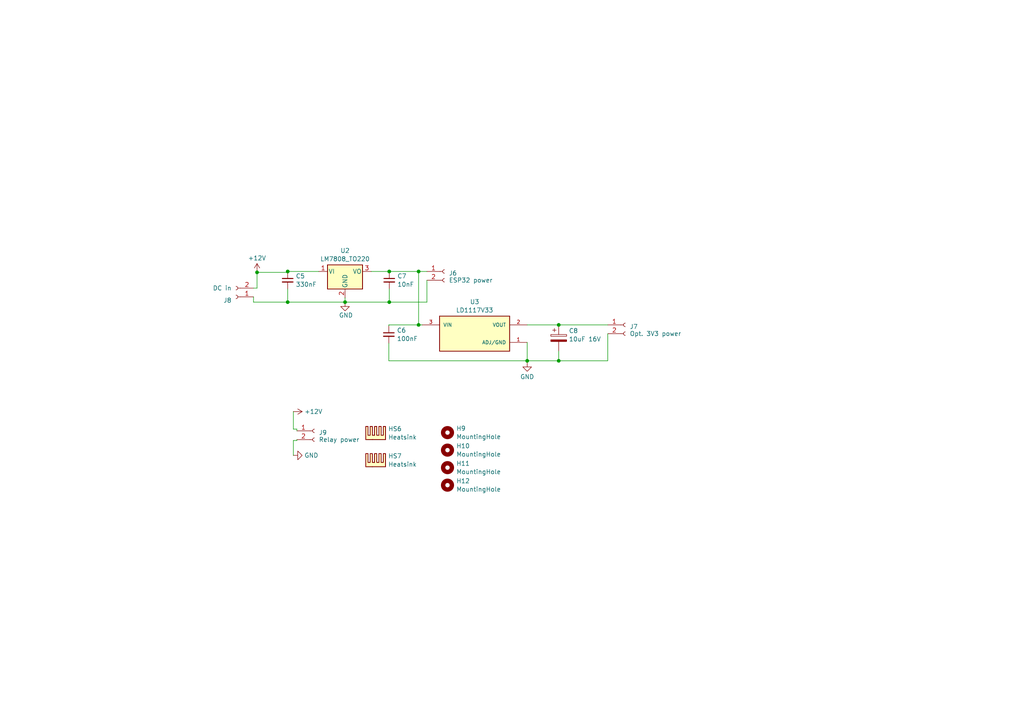
<source format=kicad_sch>
(kicad_sch (version 20231120) (generator "eeschema") (generator_version "8.0")
  (paper "A4")
  (lib_symbols
    (symbol "Connector:Conn_01x02_Socket" (pin_names (offset 1.016) hide)
      (property "Reference" "J" (at 0 2.54 0))
      (property "Value" "Conn_01x02_Socket" (at 0 -5.08 0))
      (symbol "Conn_01x02_Socket_1_1"
        (arc (start 0 -2.032) (mid -0.5058 -2.54) (end 0 -3.048) (stroke (width 0.1524)))
        (polyline (pts (xy -1.27 -2.54) (xy -0.508 -2.54)) (stroke (width 0.1524)))
        (polyline (pts (xy -1.27 0) (xy -0.508 0)) (stroke (width 0.1524)))
        (arc (start 0 0.508) (mid -0.5058 0) (end 0 -0.508) (stroke (width 0.1524)))
        (pin passive line (at -5.08 0 0) (length 3.81) (name "Pin_1") (number "1"))
        (pin passive line (at -5.08 -2.54 0) (length 3.81) (name "Pin_2") (number "2"))
      )
    )
    (symbol "Device:C_Polarized" (pin_numbers hide) (pin_names (offset 0.254))
      (property "Reference" "C" (at 0.635 2.54 0))
      (property "Value" "C_Polarized" (at 0.635 -2.54 0))
      (symbol "C_Polarized_0_1"
        (rectangle (start -2.286 0.508) (end 2.286 1.016))
        (polyline (pts (xy -1.778 2.286) (xy -0.762 2.286)))
        (polyline (pts (xy -1.27 2.794) (xy -1.27 1.778)))
        (rectangle (start 2.286 -0.508) (end -2.286 -1.016) (fill (type outline)))
      )
      (symbol "C_Polarized_1_1"
        (pin passive line (at 0 3.81 270) (length 2.794) (name "~") (number "1"))
        (pin passive line (at 0 -3.81 90) (length 2.794) (name "~") (number "2"))
      )
    )
    (symbol "Device:C_Small" (pin_numbers hide) (pin_names (offset 0.254) hide)
      (property "Reference" "C" (at 0.254 1.778 0))
      (property "Value" "C_Small" (at 0.254 -2.032 0))
      (symbol "C_Small_0_1"
        (polyline (pts (xy -1.524 -0.508) (xy 1.524 -0.508)) (stroke (width 0.3302)))
        (polyline (pts (xy -1.524 0.508) (xy 1.524 0.508)) (stroke (width 0.3048)))
      )
      (symbol "C_Small_1_1"
        (pin passive line (at 0 2.54 270) (length 2.032) (name "~") (number "1"))
        (pin passive line (at 0 -2.54 90) (length 2.032) (name "~") (number "2"))
      )
    )
    (symbol "LD1117V33:LD1117V33" (pin_names (offset 1.016))
      (property "Reference" "U" (at -10.16 5.842 0))
      (property "Value" "LD1117V33" (at -10.16 -7.62 0))
      (symbol "LD1117V33_0_0"
        (rectangle (start -10.16 -5.08) (end 10.16 5.08) (stroke (width 0.254)) (fill (type background)))
        (pin passive line (at 15.24 -2.54 180) (length 5.08) (name "ADJ/GND") (number "1"))
        (pin output line (at 15.24 2.54 180) (length 5.08) (name "VOUT") (number "2"))
        (pin input line (at -15.24 2.54 0) (length 5.08) (name "VIN") (number "3"))
      )
    )
    (symbol "Mechanical:Heatsink" (pin_names (offset 1.016))
      (property "Reference" "HS" (at 0 5.08 0))
      (property "Value" "Heatsink" (at 0 -1.27 0))
      (symbol "Heatsink_0_1"
        (polyline (pts (xy -0.3302 1.27) (xy -0.9652 1.27) (xy -0.9652 3.81) (xy -1.6002 3.81) (xy -1.6002 1.27) (xy -2.2352 1.27) (xy -2.2352 3.81) (xy -2.8702 3.81) (xy -2.8702 0) (xy -0.9652 0)) (stroke (width 0.254)) (fill (type background)))
        (polyline (pts (xy -0.3302 1.27) (xy -0.3302 3.81) (xy 0.3048 3.81) (xy 0.3048 1.27) (xy 0.9398 1.27) (xy 0.9398 3.81) (xy 1.5748 3.81) (xy 1.5748 1.27) (xy 2.2098 1.27) (xy 2.2098 3.81) (xy 2.8448 3.81) (xy 2.8448 0) (xy -0.9652 0)) (stroke (width 0.254)) (fill (type background)))
      )
    )
    (symbol "Mechanical:MountingHole" (pin_names (offset 1.016)) (exclude_from_sim yes) (in_bom no)
      (property "Reference" "H" (at 0 5.08 0))
      (property "Value" "MountingHole" (at 0 3.175 0))
      (symbol "MountingHole_0_1"
        (circle (center 0 0) (radius 1.27) (stroke (width 1.27)))
      )
    )
    (symbol "Regulator_Linear:LM7808_TO220" (pin_names (offset 0.254))
      (property "Reference" "U" (at -3.81 3.175 0))
      (property "Value" "LM7808_TO220" (at 0 3.175 0))
      (symbol "LM7808_TO220_0_1"
        (rectangle (start -5.08 1.905) (end 5.08 -5.08) (stroke (width 0.254)) (fill (type background)))
      )
      (symbol "LM7808_TO220_1_1"
        (pin power_in line (at -7.62 0 0) (length 2.54) (name "VI") (number "1"))
        (pin power_in line (at 0 -7.62 90) (length 2.54) (name "GND") (number "2"))
        (pin power_out line (at 7.62 0 180) (length 2.54) (name "VO") (number "3"))
      )
    )
    (symbol "power:+12V" (power) (pin_numbers hide) (pin_names (offset 0) hide)
      (property "Value" "+12V" (at 0 3.556 0))
      (symbol "+12V_0_1"
        (polyline (pts (xy -0.762 1.27) (xy 0 2.54)))
        (polyline (pts (xy 0 0) (xy 0 2.54)))
        (polyline (pts (xy 0 2.54) (xy 0.762 1.27)))
      )
      (symbol "+12V_1_1"
        (pin power_in line (at 0 0 90) (length 0) (name "~") (number "1"))
      )
    )
    (symbol "power:GND" (power) (pin_numbers hide) (pin_names (offset 0) hide)
      (property "Value" "GND" (at 0 -3.81 0))
      (symbol "GND_0_1"
        (polyline (pts (xy 0 0) (xy 0 -1.27) (xy 1.27 -1.27) (xy 0 -2.54) (xy -1.27 -1.27) (xy 0 -1.27)))
      )
      (symbol "GND_1_1"
        (pin power_in line (at 0 0 270) (length 0) (name "~") (number "1"))
      )
    )
  )
  (junction (at 112.903 87.63))
  (junction (at 112.903 78.74))
  (junction (at 152.908 104.648))
  (junction (at 162.052 104.648))
  (junction (at 83.439 87.63))
  (junction (at 162.052 94.234))
  (junction (at 100.076 87.63))
  (junction (at 121.412 94.234))
  (junction (at 74.549 78.994))
  (junction (at 121.412 78.74))
  (junction (at 83.439 78.74))
  (wire (pts (xy 121.412 78.74) (xy 121.412 94.234)))
  (wire (pts (xy 112.776 94.234) (xy 121.412 94.234)))
  (wire (pts (xy 100.076 87.63) (xy 112.903 87.63)))
  (wire (pts (xy 74.549 78.994) (xy 83.439 78.994)))
  (wire (pts (xy 162.052 104.648) (xy 162.052 101.854)))
  (wire (pts (xy 83.439 78.74) (xy 92.456 78.74)))
  (wire (pts (xy 162.052 104.648) (xy 176.276 104.648)))
  (wire (pts (xy 176.276 104.648) (xy 176.276 96.774)))
  (wire (pts (xy 85.09 127.762) (xy 85.09 132.08)))
  (wire (pts (xy 112.903 87.63) (xy 123.825 87.63)))
  (wire (pts (xy 152.908 104.648) (xy 162.052 104.648)))
  (wire (pts (xy 107.696 78.74) (xy 112.903 78.74)))
  (wire (pts (xy 121.412 78.74) (xy 123.825 78.74)))
  (wire (pts (xy 83.439 83.82) (xy 83.439 87.63)))
  (wire (pts (xy 112.903 78.74) (xy 121.412 78.74)))
  (wire (pts (xy 86.106 127.762) (xy 85.09 127.762)))
  (wire (pts (xy 152.908 94.234) (xy 162.052 94.234)))
  (wire (pts (xy 112.903 83.82) (xy 112.903 87.63)))
  (wire (pts (xy 73.533 87.63) (xy 83.439 87.63)))
  (wire (pts (xy 83.439 87.63) (xy 100.076 87.63)))
  (wire (pts (xy 85.09 124.46) (xy 85.09 119.38)))
  (wire (pts (xy 112.776 99.568) (xy 112.776 104.648)))
  (wire (pts (xy 123.825 81.28) (xy 123.825 87.63)))
  (wire (pts (xy 83.439 78.994) (xy 83.439 78.74)))
  (wire (pts (xy 100.076 86.36) (xy 100.076 87.63)))
  (wire (pts (xy 73.533 86.106) (xy 73.533 87.63)))
  (wire (pts (xy 86.106 127.508) (xy 86.106 127.762)))
  (wire (pts (xy 112.776 104.648) (xy 152.908 104.648)))
  (wire (pts (xy 74.549 78.994) (xy 74.549 83.566)))
  (wire (pts (xy 86.106 124.968) (xy 86.106 124.46)))
  (wire (pts (xy 86.106 124.46) (xy 85.09 124.46)))
  (wire (pts (xy 152.908 99.314) (xy 152.908 104.648)))
  (wire (pts (xy 73.533 83.566) (xy 74.549 83.566)))
  (wire (pts (xy 162.052 94.234) (xy 176.276 94.234)))
  (wire (pts (xy 112.776 94.234) (xy 112.776 94.488)))
  (wire (pts (xy 152.908 104.648) (xy 152.908 105.156)))
  (wire (pts (xy 121.412 94.234) (xy 122.428 94.234)))
  (symbol (lib_id "Device:C_Small") (at 83.439 81.28 0) (unit 1)
    (property "Reference" "C5" (at 85.7631 80.0741 0) (effects (justify left)))
    (property "Value" "330nF" (at 85.7631 82.4984 0) (effects (justify left)))
    (property "Footprint" "Capacitor_SMD:C_0805_2012Metric_Pad1.18x1.45mm_HandSolder" (effects (hide yes)))
    (property "Description" "Unpolarized capacitor, small symbol" (effects (hide yes)))
  )
  (symbol (lib_id "Connector:Conn_01x02_Socket") (at 128.905 78.74 0) (unit 1)
    (property "Reference" "J6" (at 130.175 79.248 0) (effects (justify left)))
    (property "Value" "ESP32 power" (at 130.175 81.28 0) (effects (justify left)))
    (property "Footprint" "THE_PREAMP_CONN_POWER_5_08:TBP01R1-508-02BK" (effects (hide yes)))
    (property "Description" "Generic connector, single row, 01x02, script generated" (effects (hide yes)))
  )
  (symbol (lib_id "power:GND") (at 152.908 105.156 0) (unit 1)
    (property "Reference" "#PWR04" (effects (hide yes)))
    (property "Value" "GND" (at 152.908 109.2891 0))
    (property "Description" "Power symbol creates a global label with name \"GND\" , ground" (effects (hide yes)))
  )
  (symbol (lib_id "Device:C_Small") (at 112.903 81.28 0) (unit 1)
    (property "Reference" "C7" (at 115.2271 80.0741 0) (effects (justify left)))
    (property "Value" "10nF" (at 115.2271 82.4984 0) (effects (justify left)))
    (property "Footprint" "Capacitor_SMD:C_0805_2012Metric_Pad1.18x1.45mm_HandSolder" (effects (hide yes)))
    (property "Description" "Unpolarized capacitor, small symbol" (effects (hide yes)))
  )
  (symbol (lib_id "LD1117V33:LD1117V33") (at 137.668 96.774 0) (unit 1)
    (property "Reference" "U3" (at 137.668 87.5495 0))
    (property "Value" "LD1117V33" (at 137.668 89.9738 0))
    (property "Footprint" "Package_TO_SOT_THT:TO-220-3_Vertical" (effects (hide yes)))
    (property "MF" "STMicroelectronics" (effects (hide yes)))
    (property "MAXIMUM_PACKAGE_HEIGHT" "19.68mm" (effects (hide yes)))
    (property "Package" "TO-220-3 STMicroelectronics" (effects (hide yes)))
    (property "Price" "None" (effects (hide yes)))
    (property "Check_prices" "https://www.snapeda.com/parts/LD1117V33/STMicroelectronics/view-part/?ref=eda" (effects (hide yes)))
    (property "STANDARD" "IPC-7351B" (effects (hide yes)))
    (property "PARTREV" "37" (effects (hide yes)))
    (property "SnapEDA_Link" "https://www.snapeda.com/parts/LD1117V33/STMicroelectronics/view-part/?ref=snap" (effects (hide yes)))
    (property "MP" "LD1117V33" (effects (hide yes)))
    (property "Purchase-URL" "https://www.snapeda.com/api/url_track_click_mouser/?unipart_id=51339&manufacturer=STMicroelectronics&part_name=LD1117V33&search_term=None" (effects (hide yes)))
    (property "Description_1" "\nLinear Voltage Regulator IC Positive Fixed 1 Output 800mA TO-220AB\n" (effects (hide yes)))
    (property "Availability" "In Stock" (effects (hide yes)))
    (property "MANUFACTURER" "ST Microelectronics" (effects (hide yes)))
  )
  (symbol (lib_id "Connector:Conn_01x02_Socket") (at 68.453 86.106 180) (unit 1)
    (property "Reference" "J8" (at 67.183 87.122 0) (effects (justify left)))
    (property "Value" "DC in" (at 67.183 83.566 0) (effects (justify left)))
    (property "Footprint" "THE_PREAMP_CONN_POWER_5_08:TBP01R1-508-02BK" (effects (hide yes)))
    (property "Description" "Generic connector, single row, 01x02, script generated" (effects (hide yes)))
  )
  (symbol (lib_id "Mechanical:MountingHole") (at 129.794 135.636 0) (unit 1) (exclude_from_sim yes) (in_bom no)
    (property "Reference" "H11" (at 132.334 134.4238 0) (effects (justify left)))
    (property "Value" "MountingHole" (at 132.334 136.8481 0) (effects (justify left)))
    (property "Footprint" "MountingHole:MountingHole_3.2mm_M3_DIN965" (effects (hide yes)))
    (property "Description" "Mounting Hole without connection" (effects (hide yes)))
  )
  (symbol (lib_id "power:GND") (at 100.076 87.63 0) (unit 1)
    (property "Reference" "#PWR03" (effects (hide yes)))
    (property "Value" "GND" (at 100.33 91.44 0))
    (property "Description" "Power symbol creates a global label with name \"GND\" , ground" (effects (hide yes)))
  )
  (symbol (lib_id "Mechanical:MountingHole") (at 129.794 130.556 0) (unit 1) (exclude_from_sim yes) (in_bom no)
    (property "Reference" "H10" (at 132.334 129.3438 0) (effects (justify left)))
    (property "Value" "MountingHole" (at 132.334 131.7681 0) (effects (justify left)))
    (property "Footprint" "MountingHole:MountingHole_3.2mm_M3_DIN965" (effects (hide yes)))
    (property "Description" "Mounting Hole without connection" (effects (hide yes)))
  )
  (symbol (lib_id "Mechanical:Heatsink") (at 108.966 127.508 0) (unit 1)
    (property "Reference" "HS6" (at 112.5728 124.3908 0) (effects (justify left)))
    (property "Value" "Heatsink" (at 112.5728 126.8151 0) (effects (justify left)))
    (property "Footprint" "ThePreAmp_PSU_Heatsinks:Heatsink_Fischer_SK145-STS_29x12mm_2xDrill2.5mm" (effects (hide yes)))
    (property "Description" "Heatsink" (effects (hide yes)))
  )
  (symbol (lib_id "power:+12V") (at 74.549 78.994 0) (unit 1)
    (property "Reference" "#PWR05" (effects (hide yes)))
    (property "Value" "+12V" (at 74.549 74.8609 0))
    (property "Description" "Power symbol creates a global label with name \"+12V\"" (effects (hide yes)))
  )
  (symbol (lib_id "Mechanical:Heatsink") (at 108.966 135.382 0) (unit 1)
    (property "Reference" "HS7" (at 112.5728 132.2648 0) (effects (justify left)))
    (property "Value" "Heatsink" (at 112.5728 134.6891 0) (effects (justify left)))
    (property "Footprint" "ThePreAmp_PSU_Heatsinks:Heatsink_Fischer_SK145-STS_29x12mm_2xDrill2.5mm" (effects (hide yes)))
    (property "Description" "Heatsink" (effects (hide yes)))
  )
  (symbol (lib_id "Mechanical:MountingHole") (at 129.794 125.476 0) (unit 1) (exclude_from_sim yes) (in_bom no)
    (property "Reference" "H9" (at 132.334 124.2638 0) (effects (justify left)))
    (property "Value" "MountingHole" (at 132.334 126.6881 0) (effects (justify left)))
    (property "Footprint" "MountingHole:MountingHole_3.2mm_M3_DIN965" (effects (hide yes)))
    (property "Description" "Mounting Hole without connection" (effects (hide yes)))
  )
  (symbol (lib_id "Connector:Conn_01x02_Socket") (at 91.186 124.968 0) (unit 1)
    (property "Reference" "J9" (at 92.456 125.476 0) (effects (justify left)))
    (property "Value" "Relay power" (at 92.456 127.508 0) (effects (justify left)))
    (property "Footprint" "THE_PREAMP_CONN_POWER_5_08:TBP01R1-508-02BK" (effects (hide yes)))
    (property "Description" "Generic connector, single row, 01x02, script generated" (effects (hide yes)))
  )
  (symbol (lib_id "Mechanical:MountingHole") (at 129.794 140.716 0) (unit 1) (exclude_from_sim yes) (in_bom no)
    (property "Reference" "H12" (at 132.334 139.5038 0) (effects (justify left)))
    (property "Value" "MountingHole" (at 132.334 141.9281 0) (effects (justify left)))
    (property "Footprint" "MountingHole:MountingHole_3.2mm_M3_DIN965" (effects (hide yes)))
    (property "Description" "Mounting Hole without connection" (effects (hide yes)))
  )
  (symbol (lib_id "power:+12V") (at 85.09 119.38 270) (unit 1)
    (property "Reference" "#PWR07" (effects (hide yes)))
    (property "Value" "+12V" (at 88.265 119.38 90) (effects (justify left)))
    (property "Description" "Power symbol creates a global label with name \"+12V\"" (effects (hide yes)))
  )
  (symbol (lib_id "Connector:Conn_01x02_Socket") (at 181.356 94.234 0) (unit 1)
    (property "Reference" "J7" (at 182.626 94.742 0) (effects (justify left)))
    (property "Value" "Opt. 3V3 power" (at 182.626 96.774 0) (effects (justify left)))
    (property "Footprint" "THE_PREAMP_CONN_POWER_5_08:TBP01R1-508-02BK" (effects (hide yes)))
    (property "Description" "Generic connector, single row, 01x02, script generated" (effects (hide yes)))
  )
  (symbol (lib_id "Device:C_Polarized") (at 162.052 98.044 0) (unit 1)
    (property "Reference" "C8" (at 164.973 95.9428 0) (effects (justify left)))
    (property "Value" "10uF 16V" (at 164.973 98.3671 0) (effects (justify left)))
    (property "Footprint" "Capacitor_SMD:C_1206_3216Metric_Pad1.33x1.80mm_HandSolder" (effects (hide yes)))
    (property "Description" "Polarized capacitor" (effects (hide yes)))
  )
  (symbol (lib_id "power:GND") (at 85.09 132.08 90) (unit 1)
    (property "Reference" "#PWR08" (effects (hide yes)))
    (property "Value" "GND" (at 88.265 132.08 90) (effects (justify right)))
    (property "Description" "Power symbol creates a global label with name \"GND\" , ground" (effects (hide yes)))
  )
  (symbol (lib_id "Regulator_Linear:LM7808_TO220") (at 100.076 78.74 0) (unit 1)
    (property "Reference" "U2" (at 100.076 72.6905 0))
    (property "Value" "LM7808_TO220" (at 100.076 75.1148 0))
    (property "Footprint" "Package_TO_SOT_THT:TO-220-3_Vertical" (effects (hide yes)))
    (property "Datasheet" "https://www.onsemi.cn/PowerSolutions/document/MC7800-D.PDF" (effects (hide yes)))
    (property "Description" "Positive 1A 35V Linear Regulator, Fixed Output 8V, TO-220" (effects (hide yes)))
  )
  (symbol (lib_id "Device:C_Small") (at 112.776 97.028 0) (unit 1)
    (property "Reference" "C6" (at 115.1001 95.8221 0) (effects (justify left)))
    (property "Value" "100nF" (at 115.1001 98.2464 0) (effects (justify left)))
    (property "Footprint" "Capacitor_SMD:C_0805_2012Metric_Pad1.18x1.45mm_HandSolder" (effects (hide yes)))
    (property "Description" "Unpolarized capacitor, small symbol" (effects (hide yes)))
  )
)
</source>
